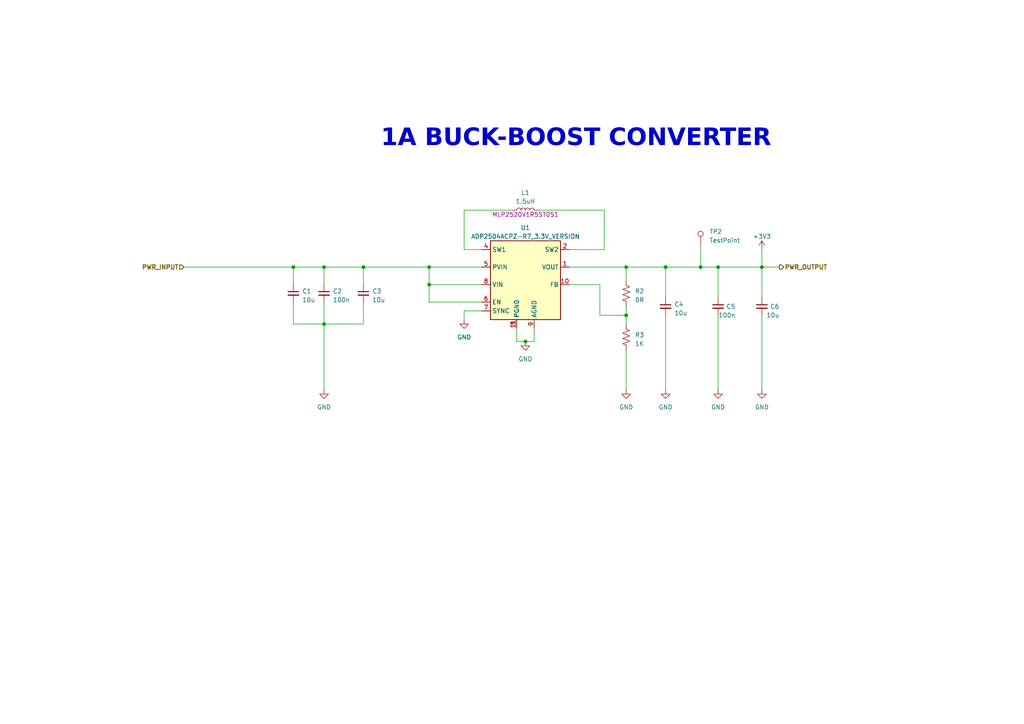
<source format=kicad_sch>
(kicad_sch (version 20230121) (generator eeschema)
  (paper "A4")
  (lib_symbols
    (symbol "Connector:TestPoint" (pin_numbers hide) (pin_names (offset 0.762) hide)
      (property "Reference" "TP" (at 0 6.858 0))
      (property "Value" "TestPoint" (at 0 5.08 0))
      (symbol "TestPoint_0_1"
        (circle (center 0 3.302) (radius 0.762))
      )
      (symbol "TestPoint_1_1"
        (pin passive line (at 0 0 90) (length 2.54) (name "1") (number "1"))
      )
    )
    (symbol "Device:C_Small" (pin_numbers hide) (pin_names (offset 0.254) hide)
      (property "Reference" "C" (at 0.254 1.778 0))
      (property "Value" "C_Small" (at 0.254 -2.032 0))
      (symbol "C_Small_0_1"
        (polyline (pts (xy -1.524 -0.508) (xy 1.524 -0.508)) (stroke (width 0.3302)))
        (polyline (pts (xy -1.524 0.508) (xy 1.524 0.508)) (stroke (width 0.3048)))
      )
      (symbol "C_Small_1_1"
        (pin passive line (at 0 2.54 270) (length 2.032) (name "~") (number "1"))
        (pin passive line (at 0 -2.54 90) (length 2.032) (name "~") (number "2"))
      )
    )
    (symbol "Device:L" (pin_numbers hide) (pin_names (offset 1.016) hide)
      (property "Reference" "L" (at -1.27 0 90))
      (property "Value" "L" (at 1.905 0 90))
      (symbol "L_0_1"
        (arc (start 0 -2.54) (mid 0.6323 -1.905) (end 0 -1.27))
        (arc (start 0 -1.27) (mid 0.6323 -0.635) (end 0 0))
        (arc (start 0 0) (mid 0.6323 0.635) (end 0 1.27))
        (arc (start 0 1.27) (mid 0.6323 1.905) (end 0 2.54))
      )
      (symbol "L_1_1"
        (pin passive line (at 0 3.81 270) (length 1.27) (name "1") (number "1"))
        (pin passive line (at 0 -3.81 90) (length 1.27) (name "2") (number "2"))
      )
    )
    (symbol "Device:R_US" (pin_numbers hide) (pin_names (offset 0))
      (property "Reference" "R" (at 2.54 0 90))
      (property "Value" "R_US" (at -2.54 0 90))
      (symbol "R_US_0_1"
        (polyline (pts (xy 0 -2.286) (xy 0 -2.54)))
        (polyline (pts (xy 0 2.286) (xy 0 2.54)))
        (polyline (pts (xy 0 -0.762) (xy 1.016 -1.143) (xy 0 -1.524) (xy -1.016 -1.905) (xy 0 -2.286)))
        (polyline (pts (xy 0 0.762) (xy 1.016 0.381) (xy 0 0) (xy -1.016 -0.381) (xy 0 -0.762)))
        (polyline (pts (xy 0 2.286) (xy 1.016 1.905) (xy 0 1.524) (xy -1.016 1.143) (xy 0 0.762)))
      )
      (symbol "R_US_1_1"
        (pin passive line (at 0 3.81 270) (length 1.27) (name "~") (number "1"))
        (pin passive line (at 0 -3.81 90) (length 1.27) (name "~") (number "2"))
      )
    )
    (symbol "MCD_General:ADP2504ACPZ-R7"
      (property "Reference" "U1" (at 0 3.81 0))
      (property "Value" "ADP2504ACPZ-R7_3.3V_VERSION" (at 0 1.27 0))
      (symbol "ADP2504ACPZ-R7_0_0"
        (pin passive line (at 12.7 -7.62 180) (length 2.54) (name "VOUT") (number "1"))
        (pin passive line (at 12.7 -12.7 180) (length 2.54) (name "FB") (number "10"))
        (pin power_in line (at -2.54 -25.4 90) (length 2.54) (name "PGND") (number "11"))
        (pin passive line (at 12.7 -2.54 180) (length 2.54) (name "SW2") (number "2"))
        (pin power_in line (at -2.54 -25.4 90) (length 2.54) (name "PGND") (number "3"))
        (pin passive line (at -12.7 -2.54 0) (length 2.54) (name "SW1") (number "4"))
        (pin passive line (at -12.7 -7.62 0) (length 2.54) (name "PVIN") (number "5"))
        (pin passive line (at -12.7 -17.78 0) (length 2.54) (name "EN") (number "6"))
        (pin passive line (at -12.7 -20.32 0) (length 2.54) (name "SYNC") (number "7"))
        (pin passive line (at -12.7 -12.7 0) (length 2.54) (name "VIN") (number "8"))
        (pin power_out line (at 2.54 -25.4 90) (length 2.54) (name "AGND") (number "9"))
      )
      (symbol "ADP2504ACPZ-R7_1_1"
        (rectangle (start -10.16 0) (end 10.16 -22.86) (stroke (width 0.25)) (fill (type background)))
      )
    )
    (symbol "power:+3V3" (power) (pin_names (offset 0))
      (property "Value" "+3V3" (at 0 3.556 0))
      (symbol "+3V3_0_1"
        (polyline (pts (xy -0.762 1.27) (xy 0 2.54)))
        (polyline (pts (xy 0 0) (xy 0 2.54)))
        (polyline (pts (xy 0 2.54) (xy 0.762 1.27)))
      )
      (symbol "+3V3_1_1"
        (pin power_in line (at 0 0 90) (length 0) hide (name "+3V3") (number "1"))
      )
    )
    (symbol "power:GND" (power) (pin_names (offset 0))
      (property "Value" "GND" (at 0 -3.81 0))
      (symbol "GND_0_1"
        (polyline (pts (xy 0 0) (xy 0 -1.27) (xy 1.27 -1.27) (xy 0 -2.54) (xy -1.27 -1.27) (xy 0 -1.27)))
      )
      (symbol "GND_1_1"
        (pin power_in line (at 0 0 270) (length 0) hide (name "GND") (number "1"))
      )
    )
  )
  (junction (at 208.28 77.47))
  (junction (at 181.61 91.44))
  (junction (at 181.61 77.47))
  (junction (at 93.98 93.98))
  (junction (at 203.2 77.47))
  (junction (at 93.98 77.47))
  (junction (at 124.46 82.55))
  (junction (at 193.04 77.47))
  (junction (at 105.41 77.47))
  (junction (at 220.98 77.47))
  (junction (at 85.09 77.47))
  (junction (at 152.4 99.06))
  (junction (at 124.46 77.47))
  (wire (pts (xy 208.28 77.47) (xy 220.98 77.47)))
  (wire (pts (xy 193.04 77.47) (xy 203.2 77.47)))
  (wire (pts (xy 85.09 77.47) (xy 93.98 77.47)))
  (wire (pts (xy 105.41 93.98) (xy 105.41 87.63)))
  (wire (pts (xy 220.98 77.47) (xy 220.98 86.36)))
  (wire (pts (xy 105.41 82.55) (xy 105.41 77.47)))
  (wire (pts (xy 93.98 87.63) (xy 93.98 93.98)))
  (wire (pts (xy 220.98 72.39) (xy 220.98 77.47)))
  (wire (pts (xy 181.61 91.44) (xy 181.61 93.98)))
  (wire (pts (xy 85.09 93.98) (xy 93.98 93.98)))
  (wire (pts (xy 203.2 77.47) (xy 208.28 77.47)))
  (wire (pts (xy 173.99 91.44) (xy 181.61 91.44)))
  (wire (pts (xy 208.28 77.47) (xy 208.28 86.36)))
  (wire (pts (xy 203.2 71.12) (xy 203.2 77.47)))
  (wire (pts (xy 165.1 77.47) (xy 181.61 77.47)))
  (wire (pts (xy 173.99 82.55) (xy 173.99 91.44)))
  (wire (pts (xy 124.46 82.55) (xy 124.46 87.63)))
  (wire (pts (xy 181.61 77.47) (xy 193.04 77.47)))
  (wire (pts (xy 134.62 72.39) (xy 139.7 72.39)))
  (wire (pts (xy 93.98 93.98) (xy 105.41 93.98)))
  (wire (pts (xy 220.98 77.47) (xy 226.06 77.47)))
  (wire (pts (xy 175.26 60.96) (xy 156.21 60.96)))
  (wire (pts (xy 154.94 99.06) (xy 154.94 95.25)))
  (wire (pts (xy 181.61 101.6) (xy 181.61 113.03)))
  (wire (pts (xy 152.4 99.06) (xy 154.94 99.06)))
  (wire (pts (xy 93.98 77.47) (xy 105.41 77.47)))
  (wire (pts (xy 181.61 81.28) (xy 181.61 77.47)))
  (wire (pts (xy 134.62 92.71) (xy 134.62 90.17)))
  (wire (pts (xy 139.7 77.47) (xy 124.46 77.47)))
  (wire (pts (xy 149.86 99.06) (xy 152.4 99.06)))
  (wire (pts (xy 220.98 91.44) (xy 220.98 113.03)))
  (wire (pts (xy 149.86 95.25) (xy 149.86 99.06)))
  (wire (pts (xy 165.1 72.39) (xy 175.26 72.39)))
  (wire (pts (xy 175.26 72.39) (xy 175.26 60.96)))
  (wire (pts (xy 208.28 91.44) (xy 208.28 113.03)))
  (wire (pts (xy 105.41 77.47) (xy 124.46 77.47)))
  (wire (pts (xy 93.98 77.47) (xy 93.98 82.55)))
  (wire (pts (xy 193.04 91.44) (xy 193.04 113.03)))
  (wire (pts (xy 181.61 88.9) (xy 181.61 91.44)))
  (wire (pts (xy 124.46 82.55) (xy 139.7 82.55)))
  (wire (pts (xy 134.62 90.17) (xy 139.7 90.17)))
  (wire (pts (xy 53.34 77.47) (xy 85.09 77.47)))
  (wire (pts (xy 165.1 82.55) (xy 173.99 82.55)))
  (wire (pts (xy 85.09 77.47) (xy 85.09 82.55)))
  (wire (pts (xy 134.62 60.96) (xy 134.62 72.39)))
  (wire (pts (xy 193.04 86.36) (xy 193.04 77.47)))
  (wire (pts (xy 124.46 77.47) (xy 124.46 82.55)))
  (wire (pts (xy 85.09 87.63) (xy 85.09 93.98)))
  (wire (pts (xy 148.59 60.96) (xy 134.62 60.96)))
  (wire (pts (xy 93.98 113.03) (xy 93.98 93.98)))
  (wire (pts (xy 124.46 87.63) (xy 139.7 87.63)))
  (text "1A BUCK-BOOST CONVERTER" (at 110.49 44.45 0) (effects (font (size 5 5) (thickness 0.6) bold) (justify left bottom)))
  (hierarchical_label "PWR_INPUT" (shape input) (at 53.34 77.47 180) (effects (font bold)))
  (hierarchical_label "PWR_OUTPUT" (shape output) (at 226.06 77.47 0) (effects (font bold)))
  (symbol (lib_id "Device:C_Small") (at 85.09 85.09 0) (unit 1)
    (property "Reference" "C1" (at 87.63 84.4613 0) (effects (justify left)))
    (property "Value" "10u" (at 87.63 87.0013 0) (effects (justify left)))
    (property "Footprint" "Capacitor_SMD:C_0402_1005Metric" (effects hide))
    (instances (project "GPS_MODULE_V3.kicad_pro" (path "" (reference "C1") (unit 1))) (project "BIM_PCB" (path "" (reference "C33") (unit 1))))
  )
  (symbol (lib_id "MCD_General:ADP2504ACPZ-R7") (at 152.4 69.85 0) (unit 1)
    (property "Reference" "U1" (at 152.4 66.04 0))
    (property "Value" "ADP2504ACPZ-R7_3.3V_VERSION" (at 152.4 68.58 0))
    (property "Footprint" "Package_DFN_QFN:DFN-10-1EP_3x3mm_P0.5mm_EP1.7x2.5mm" (effects hide))
    (instances (project "GPS_MODULE_V3.kicad_pro" (path "" (reference "U1") (unit 1))) (project "BIM_PCB" (path "" (reference "U7") (unit 1))))
  )
  (symbol (lib_id "power:GND") (at 93.98 113.03 0) (unit 1)
    (property "Reference" "#PWR06" (effects hide))
    (property "Value" "GND" (at 93.98 118.11 0))
    (instances (project "GPS_MODULE_V3.kicad_pro" (path "" (reference "#PWR06") (unit 1))) (project "BIM_PCB" (path "" (reference "#PWR064") (unit 1))))
  )
  (symbol (lib_id "Device:R_US") (at 181.61 85.09 0) (unit 1)
    (property "Reference" "R2" (at 184.15 84.455 0) (effects (justify left)))
    (property "Value" "0R" (at 184.15 86.995 0) (effects (justify left)))
    (property "Footprint" "Resistor_SMD:R_0402_1005Metric" (effects hide))
    (instances (project "GPS_MODULE_V3.kicad_pro" (path "" (reference "R2") (unit 1))) (project "BIM_PCB" (path "" (reference "R41") (unit 1))))
  )
  (symbol (lib_id "power:GND") (at 181.61 113.03 0) (unit 1)
    (property "Reference" "#PWR09" (effects hide))
    (property "Value" "GND" (at 181.61 118.11 0))
    (instances (project "GPS_MODULE_V3.kicad_pro" (path "" (reference "#PWR09") (unit 1))) (project "BIM_PCB" (path "" (reference "#PWR069") (unit 1))))
  )
  (symbol (lib_id "Device:R_US") (at 181.61 97.79 0) (unit 1)
    (property "Reference" "R3" (at 184.15 97.155 0) (effects (justify left)))
    (property "Value" "1K" (at 184.15 99.695 0) (effects (justify left)))
    (property "Footprint" "Resistor_SMD:R_0402_1005Metric" (effects hide))
    (instances (project "GPS_MODULE_V3.kicad_pro" (path "" (reference "R3") (unit 1))) (project "BIM_PCB" (path "" (reference "R42") (unit 1))))
  )
  (symbol (lib_id "Device:L") (at 152.4 60.96 90) (unit 1)
    (property "Reference" "L1" (at 152.4 55.88 90))
    (property "Value" "1.5uH" (at 152.4 58.42 90))
    (property "Footprint" "Inductor_SMD:L_1008_2520Metric_Pad1.43x2.20mm_HandSolder" (effects hide))
    (property "MPN" "MLP2520V1R5ST0S1" (at 152.4 62.23 90))
    (instances (project "GPS_MODULE_V3.kicad_pro" (path "" (reference "L1") (unit 1))) (project "BIM_PCB" (path "" (reference "L6") (unit 1))))
  )
  (symbol (lib_id "Device:C_Small") (at 193.04 88.9 0) (unit 1)
    (property "Reference" "C4" (at 195.58 88.2713 0) (effects (justify left)))
    (property "Value" "10u" (at 195.58 90.8113 0) (effects (justify left)))
    (property "Footprint" "Capacitor_SMD:C_0402_1005Metric" (effects hide))
    (instances (project "GPS_MODULE_V3.kicad_pro" (path "" (reference "C4") (unit 1))) (project "BIM_PCB" (path "" (reference "C36") (unit 1))))
  )
  (symbol (lib_id "power:GND") (at 152.4 99.06 0) (unit 1)
    (property "Reference" "#PWR08" (effects hide))
    (property "Value" "GND" (at 152.4 104.14 0))
    (instances (project "GPS_MODULE_V3.kicad_pro" (path "" (reference "#PWR08") (unit 1))) (project "BIM_PCB" (path "" (reference "#PWR068") (unit 1))))
  )
  (symbol (lib_id "Device:C_Small") (at 220.98 88.9 0) (mirror y) (unit 1)
    (property "Reference" "C6" (at 226.06 88.9 0) (effects (justify left)))
    (property "Value" "10u" (at 226.06 91.44 0) (effects (justify left)))
    (property "Footprint" "Capacitor_SMD:C_0402_1005Metric" (effects hide))
    (instances (project "GPS_MODULE_V3.kicad_pro" (path "" (reference "C6") (unit 1))) (project "BIM_PCB" (path "" (reference "C38") (unit 1))))
  )
  (symbol (lib_id "power:+3V3") (at 220.98 72.39 0) (unit 1)
    (property "Reference" "#PWR012" (effects hide))
    (property "Value" "+3V3" (at 220.98 68.58 0))
    (instances (project "GPS_MODULE_V3.kicad_pro" (path "" (reference "#PWR012") (unit 1))) (project "BIM_PCB" (path "" (reference "#PWR062") (unit 1))))
  )
  (symbol (lib_id "power:GND") (at 220.98 113.03 0) (unit 1)
    (property "Reference" "#PWR013" (effects hide))
    (property "Value" "GND" (at 220.98 118.11 0))
    (instances (project "GPS_MODULE_V3.kicad_pro" (path "" (reference "#PWR013") (unit 1))) (project "BIM_PCB" (path "" (reference "#PWR067") (unit 1))))
  )
  (symbol (lib_id "Connector:TestPoint") (at 203.2 71.12 0) (unit 1)
    (property "Reference" "TP2" (at 205.74 67.183 0) (effects (justify left)))
    (property "Value" "TestPoint" (at 205.74 69.723 0) (effects (justify left)))
    (property "Footprint" "TestPoint:TestPoint_Pad_D1.0mm" (effects hide))
    (instances (project "GPS_MODULE_V3.kicad_pro" (path "" (reference "TP2") (unit 1))) (project "BIM_PCB" (path "" (reference "TP6") (unit 1))))
  )
  (symbol (lib_id "Device:C_Small") (at 208.28 88.9 0) (mirror y) (unit 1)
    (property "Reference" "C5" (at 213.36 88.9 0) (effects (justify left)))
    (property "Value" "100n" (at 213.36 91.44 0) (effects (justify left)))
    (property "Footprint" "Capacitor_SMD:C_0402_1005Metric" (effects hide))
    (instances (project "GPS_MODULE_V3.kicad_pro" (path "" (reference "C5") (unit 1))) (project "BIM_PCB" (path "" (reference "C37") (unit 1))))
  )
  (symbol (lib_id "power:GND") (at 134.62 92.71 0) (unit 1)
    (property "Reference" "#PWR07" (effects hide))
    (property "Value" "GND" (at 134.62 97.79 0))
    (instances (project "GPS_MODULE_V3.kicad_pro" (path "" (reference "#PWR07") (unit 1))) (project "BIM_PCB" (path "" (reference "#PWR063") (unit 1))))
  )
  (symbol (lib_id "power:GND") (at 208.28 113.03 0) (unit 1)
    (property "Reference" "#PWR011" (effects hide))
    (property "Value" "GND" (at 208.28 118.11 0))
    (instances (project "GPS_MODULE_V3.kicad_pro" (path "" (reference "#PWR011") (unit 1))) (project "BIM_PCB" (path "" (reference "#PWR066") (unit 1))))
  )
  (symbol (lib_id "power:GND") (at 193.04 113.03 0) (unit 1)
    (property "Reference" "#PWR010" (effects hide))
    (property "Value" "GND" (at 193.04 118.11 0))
    (instances (project "GPS_MODULE_V3.kicad_pro" (path "" (reference "#PWR010") (unit 1))) (project "BIM_PCB" (path "" (reference "#PWR065") (unit 1))))
  )
  (symbol (lib_id "Device:C_Small") (at 93.98 85.09 0) (unit 1)
    (property "Reference" "C2" (at 96.52 84.4613 0) (effects (justify left)))
    (property "Value" "100n" (at 96.52 87.0013 0) (effects (justify left)))
    (property "Footprint" "Capacitor_SMD:C_0402_1005Metric" (effects hide))
    (instances (project "GPS_MODULE_V3.kicad_pro" (path "" (reference "C2") (unit 1))) (project "BIM_PCB" (path "" (reference "C34") (unit 1))))
  )
  (symbol (lib_id "Device:C_Small") (at 105.41 85.09 0) (unit 1)
    (property "Reference" "C3" (at 107.95 84.4613 0) (effects (justify left)))
    (property "Value" "10u" (at 107.95 87.0013 0) (effects (justify left)))
    (property "Footprint" "Capacitor_SMD:C_0402_1005Metric" (effects hide))
    (instances (project "GPS_MODULE_V3.kicad_pro" (path "" (reference "C3") (unit 1))) (project "BIM_PCB" (path "" (reference "C35") (unit 1))))
  )
)
</source>
